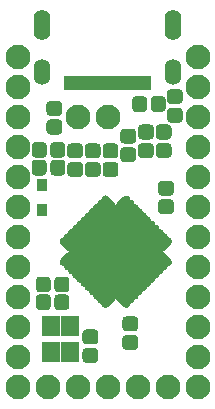
<source format=gts>
G04 #@! TF.GenerationSoftware,KiCad,Pcbnew,(5.1.6)-1*
G04 #@! TF.CreationDate,2020-09-27T19:06:04+08:00*
G04 #@! TF.ProjectId,Alvaro,416c7661-726f-42e6-9b69-6361645f7063,C*
G04 #@! TF.SameCoordinates,Original*
G04 #@! TF.FileFunction,Soldermask,Top*
G04 #@! TF.FilePolarity,Negative*
%FSLAX46Y46*%
G04 Gerber Fmt 4.6, Leading zero omitted, Abs format (unit mm)*
G04 Created by KiCad (PCBNEW (5.1.6)-1) date 2020-09-27 19:06:04*
%MOMM*%
%LPD*%
G01*
G04 APERTURE LIST*
%ADD10R,0.700000X1.200000*%
%ADD11R,1.000000X1.200000*%
%ADD12O,1.400000X2.200000*%
%ADD13O,1.400000X2.600000*%
%ADD14C,2.100000*%
%ADD15C,0.100000*%
%ADD16R,0.850000X1.000000*%
%ADD17R,1.600000X1.800000*%
G04 APERTURE END LIST*
D10*
X28250000Y-29500000D03*
X28750000Y-29500000D03*
X31750000Y-29500000D03*
X31250000Y-29500000D03*
X30250000Y-29500000D03*
X29750000Y-29500000D03*
X30750000Y-29500000D03*
X29250000Y-29500000D03*
D11*
X27600000Y-29500000D03*
X32400000Y-29500000D03*
X33200000Y-29500000D03*
X26800000Y-29500000D03*
D12*
X24425000Y-28600000D03*
X35575000Y-28600000D03*
D13*
X24425000Y-24600000D03*
X35575000Y-24600000D03*
D14*
X24920000Y-55240000D03*
X27460000Y-55240000D03*
X30000000Y-55240000D03*
X32540000Y-55240000D03*
X35080000Y-55240000D03*
X22380000Y-27300000D03*
X22380000Y-29840000D03*
X22380000Y-32380000D03*
X22380000Y-34920000D03*
X22380000Y-37460000D03*
X22380000Y-40000000D03*
X22380000Y-42540000D03*
X22380000Y-45080000D03*
X22380000Y-47620000D03*
X22380000Y-50160000D03*
X22380000Y-52700000D03*
X22380000Y-55240000D03*
X37620000Y-55240000D03*
X37620000Y-52700000D03*
X37620000Y-50160000D03*
X37620000Y-47620000D03*
X37620000Y-45080000D03*
X37620000Y-42540000D03*
X37620000Y-40000000D03*
X37620000Y-37460000D03*
X37620000Y-34920000D03*
X37620000Y-32380000D03*
X37620000Y-29840000D03*
X37620000Y-27300000D03*
X30000000Y-32380000D03*
X27460000Y-32380000D03*
G36*
G01*
X24850000Y-36318750D02*
X24850000Y-37031250D01*
G75*
G02*
X24531250Y-37350000I-318750J0D01*
G01*
X23893750Y-37350000D01*
G75*
G02*
X23575000Y-37031250I0J318750D01*
G01*
X23575000Y-36318750D01*
G75*
G02*
X23893750Y-36000000I318750J0D01*
G01*
X24531250Y-36000000D01*
G75*
G02*
X24850000Y-36318750I0J-318750D01*
G01*
G37*
G36*
G01*
X26425000Y-36318750D02*
X26425000Y-37031250D01*
G75*
G02*
X26106250Y-37350000I-318750J0D01*
G01*
X25468750Y-37350000D01*
G75*
G02*
X25150000Y-37031250I0J318750D01*
G01*
X25150000Y-36318750D01*
G75*
G02*
X25468750Y-36000000I318750J0D01*
G01*
X26106250Y-36000000D01*
G75*
G02*
X26425000Y-36318750I0J-318750D01*
G01*
G37*
D15*
G36*
X26740202Y-43800000D02*
G01*
X30700000Y-39840202D01*
X34659798Y-43800000D01*
X30700000Y-47759798D01*
X26740202Y-43800000D01*
G37*
G36*
G01*
X30770711Y-40193755D02*
X30770711Y-40193755D01*
G75*
G02*
X30770711Y-39698781I247487J247487D01*
G01*
X31336397Y-39133095D01*
G75*
G02*
X31831371Y-39133095I247487J-247487D01*
G01*
X31831371Y-39133095D01*
G75*
G02*
X31831371Y-39628069I-247487J-247487D01*
G01*
X31265685Y-40193755D01*
G75*
G02*
X30770711Y-40193755I-247487J247487D01*
G01*
G37*
G36*
G01*
X31124264Y-40547309D02*
X31124264Y-40547309D01*
G75*
G02*
X31124264Y-40052335I247487J247487D01*
G01*
X31689950Y-39486649D01*
G75*
G02*
X32184924Y-39486649I247487J-247487D01*
G01*
X32184924Y-39486649D01*
G75*
G02*
X32184924Y-39981623I-247487J-247487D01*
G01*
X31619238Y-40547309D01*
G75*
G02*
X31124264Y-40547309I-247487J247487D01*
G01*
G37*
G36*
G01*
X31477818Y-40900862D02*
X31477818Y-40900862D01*
G75*
G02*
X31477818Y-40405888I247487J247487D01*
G01*
X32043504Y-39840202D01*
G75*
G02*
X32538478Y-39840202I247487J-247487D01*
G01*
X32538478Y-39840202D01*
G75*
G02*
X32538478Y-40335176I-247487J-247487D01*
G01*
X31972792Y-40900862D01*
G75*
G02*
X31477818Y-40900862I-247487J247487D01*
G01*
G37*
G36*
G01*
X31831371Y-41254416D02*
X31831371Y-41254416D01*
G75*
G02*
X31831371Y-40759442I247487J247487D01*
G01*
X32397057Y-40193756D01*
G75*
G02*
X32892031Y-40193756I247487J-247487D01*
G01*
X32892031Y-40193756D01*
G75*
G02*
X32892031Y-40688730I-247487J-247487D01*
G01*
X32326345Y-41254416D01*
G75*
G02*
X31831371Y-41254416I-247487J247487D01*
G01*
G37*
G36*
G01*
X32184924Y-41607969D02*
X32184924Y-41607969D01*
G75*
G02*
X32184924Y-41112995I247487J247487D01*
G01*
X32750610Y-40547309D01*
G75*
G02*
X33245584Y-40547309I247487J-247487D01*
G01*
X33245584Y-40547309D01*
G75*
G02*
X33245584Y-41042283I-247487J-247487D01*
G01*
X32679898Y-41607969D01*
G75*
G02*
X32184924Y-41607969I-247487J247487D01*
G01*
G37*
G36*
G01*
X32538478Y-41961522D02*
X32538478Y-41961522D01*
G75*
G02*
X32538478Y-41466548I247487J247487D01*
G01*
X33104164Y-40900862D01*
G75*
G02*
X33599138Y-40900862I247487J-247487D01*
G01*
X33599138Y-40900862D01*
G75*
G02*
X33599138Y-41395836I-247487J-247487D01*
G01*
X33033452Y-41961522D01*
G75*
G02*
X32538478Y-41961522I-247487J247487D01*
G01*
G37*
G36*
G01*
X32892031Y-42315076D02*
X32892031Y-42315076D01*
G75*
G02*
X32892031Y-41820102I247487J247487D01*
G01*
X33457717Y-41254416D01*
G75*
G02*
X33952691Y-41254416I247487J-247487D01*
G01*
X33952691Y-41254416D01*
G75*
G02*
X33952691Y-41749390I-247487J-247487D01*
G01*
X33387005Y-42315076D01*
G75*
G02*
X32892031Y-42315076I-247487J247487D01*
G01*
G37*
G36*
G01*
X33245584Y-42668629D02*
X33245584Y-42668629D01*
G75*
G02*
X33245584Y-42173655I247487J247487D01*
G01*
X33811270Y-41607969D01*
G75*
G02*
X34306244Y-41607969I247487J-247487D01*
G01*
X34306244Y-41607969D01*
G75*
G02*
X34306244Y-42102943I-247487J-247487D01*
G01*
X33740558Y-42668629D01*
G75*
G02*
X33245584Y-42668629I-247487J247487D01*
G01*
G37*
G36*
G01*
X33599138Y-43022182D02*
X33599138Y-43022182D01*
G75*
G02*
X33599138Y-42527208I247487J247487D01*
G01*
X34164824Y-41961522D01*
G75*
G02*
X34659798Y-41961522I247487J-247487D01*
G01*
X34659798Y-41961522D01*
G75*
G02*
X34659798Y-42456496I-247487J-247487D01*
G01*
X34094112Y-43022182D01*
G75*
G02*
X33599138Y-43022182I-247487J247487D01*
G01*
G37*
G36*
G01*
X33952691Y-43375736D02*
X33952691Y-43375736D01*
G75*
G02*
X33952691Y-42880762I247487J247487D01*
G01*
X34518377Y-42315076D01*
G75*
G02*
X35013351Y-42315076I247487J-247487D01*
G01*
X35013351Y-42315076D01*
G75*
G02*
X35013351Y-42810050I-247487J-247487D01*
G01*
X34447665Y-43375736D01*
G75*
G02*
X33952691Y-43375736I-247487J247487D01*
G01*
G37*
G36*
G01*
X34306245Y-43729289D02*
X34306245Y-43729289D01*
G75*
G02*
X34306245Y-43234315I247487J247487D01*
G01*
X34871931Y-42668629D01*
G75*
G02*
X35366905Y-42668629I247487J-247487D01*
G01*
X35366905Y-42668629D01*
G75*
G02*
X35366905Y-43163603I-247487J-247487D01*
G01*
X34801219Y-43729289D01*
G75*
G02*
X34306245Y-43729289I-247487J247487D01*
G01*
G37*
G36*
G01*
X34306245Y-43870711D02*
X34306245Y-43870711D01*
G75*
G02*
X34801219Y-43870711I247487J-247487D01*
G01*
X35366905Y-44436397D01*
G75*
G02*
X35366905Y-44931371I-247487J-247487D01*
G01*
X35366905Y-44931371D01*
G75*
G02*
X34871931Y-44931371I-247487J247487D01*
G01*
X34306245Y-44365685D01*
G75*
G02*
X34306245Y-43870711I247487J247487D01*
G01*
G37*
G36*
G01*
X33952691Y-44224264D02*
X33952691Y-44224264D01*
G75*
G02*
X34447665Y-44224264I247487J-247487D01*
G01*
X35013351Y-44789950D01*
G75*
G02*
X35013351Y-45284924I-247487J-247487D01*
G01*
X35013351Y-45284924D01*
G75*
G02*
X34518377Y-45284924I-247487J247487D01*
G01*
X33952691Y-44719238D01*
G75*
G02*
X33952691Y-44224264I247487J247487D01*
G01*
G37*
G36*
G01*
X33599138Y-44577818D02*
X33599138Y-44577818D01*
G75*
G02*
X34094112Y-44577818I247487J-247487D01*
G01*
X34659798Y-45143504D01*
G75*
G02*
X34659798Y-45638478I-247487J-247487D01*
G01*
X34659798Y-45638478D01*
G75*
G02*
X34164824Y-45638478I-247487J247487D01*
G01*
X33599138Y-45072792D01*
G75*
G02*
X33599138Y-44577818I247487J247487D01*
G01*
G37*
G36*
G01*
X33245584Y-44931371D02*
X33245584Y-44931371D01*
G75*
G02*
X33740558Y-44931371I247487J-247487D01*
G01*
X34306244Y-45497057D01*
G75*
G02*
X34306244Y-45992031I-247487J-247487D01*
G01*
X34306244Y-45992031D01*
G75*
G02*
X33811270Y-45992031I-247487J247487D01*
G01*
X33245584Y-45426345D01*
G75*
G02*
X33245584Y-44931371I247487J247487D01*
G01*
G37*
G36*
G01*
X32892031Y-45284924D02*
X32892031Y-45284924D01*
G75*
G02*
X33387005Y-45284924I247487J-247487D01*
G01*
X33952691Y-45850610D01*
G75*
G02*
X33952691Y-46345584I-247487J-247487D01*
G01*
X33952691Y-46345584D01*
G75*
G02*
X33457717Y-46345584I-247487J247487D01*
G01*
X32892031Y-45779898D01*
G75*
G02*
X32892031Y-45284924I247487J247487D01*
G01*
G37*
G36*
G01*
X32538478Y-45638478D02*
X32538478Y-45638478D01*
G75*
G02*
X33033452Y-45638478I247487J-247487D01*
G01*
X33599138Y-46204164D01*
G75*
G02*
X33599138Y-46699138I-247487J-247487D01*
G01*
X33599138Y-46699138D01*
G75*
G02*
X33104164Y-46699138I-247487J247487D01*
G01*
X32538478Y-46133452D01*
G75*
G02*
X32538478Y-45638478I247487J247487D01*
G01*
G37*
G36*
G01*
X32184924Y-45992031D02*
X32184924Y-45992031D01*
G75*
G02*
X32679898Y-45992031I247487J-247487D01*
G01*
X33245584Y-46557717D01*
G75*
G02*
X33245584Y-47052691I-247487J-247487D01*
G01*
X33245584Y-47052691D01*
G75*
G02*
X32750610Y-47052691I-247487J247487D01*
G01*
X32184924Y-46487005D01*
G75*
G02*
X32184924Y-45992031I247487J247487D01*
G01*
G37*
G36*
G01*
X31831371Y-46345584D02*
X31831371Y-46345584D01*
G75*
G02*
X32326345Y-46345584I247487J-247487D01*
G01*
X32892031Y-46911270D01*
G75*
G02*
X32892031Y-47406244I-247487J-247487D01*
G01*
X32892031Y-47406244D01*
G75*
G02*
X32397057Y-47406244I-247487J247487D01*
G01*
X31831371Y-46840558D01*
G75*
G02*
X31831371Y-46345584I247487J247487D01*
G01*
G37*
G36*
G01*
X31477818Y-46699138D02*
X31477818Y-46699138D01*
G75*
G02*
X31972792Y-46699138I247487J-247487D01*
G01*
X32538478Y-47264824D01*
G75*
G02*
X32538478Y-47759798I-247487J-247487D01*
G01*
X32538478Y-47759798D01*
G75*
G02*
X32043504Y-47759798I-247487J247487D01*
G01*
X31477818Y-47194112D01*
G75*
G02*
X31477818Y-46699138I247487J247487D01*
G01*
G37*
G36*
G01*
X31124264Y-47052691D02*
X31124264Y-47052691D01*
G75*
G02*
X31619238Y-47052691I247487J-247487D01*
G01*
X32184924Y-47618377D01*
G75*
G02*
X32184924Y-48113351I-247487J-247487D01*
G01*
X32184924Y-48113351D01*
G75*
G02*
X31689950Y-48113351I-247487J247487D01*
G01*
X31124264Y-47547665D01*
G75*
G02*
X31124264Y-47052691I247487J247487D01*
G01*
G37*
G36*
G01*
X30770711Y-47406245D02*
X30770711Y-47406245D01*
G75*
G02*
X31265685Y-47406245I247487J-247487D01*
G01*
X31831371Y-47971931D01*
G75*
G02*
X31831371Y-48466905I-247487J-247487D01*
G01*
X31831371Y-48466905D01*
G75*
G02*
X31336397Y-48466905I-247487J247487D01*
G01*
X30770711Y-47901219D01*
G75*
G02*
X30770711Y-47406245I247487J247487D01*
G01*
G37*
G36*
G01*
X29568629Y-48466905D02*
X29568629Y-48466905D01*
G75*
G02*
X29568629Y-47971931I247487J247487D01*
G01*
X30134315Y-47406245D01*
G75*
G02*
X30629289Y-47406245I247487J-247487D01*
G01*
X30629289Y-47406245D01*
G75*
G02*
X30629289Y-47901219I-247487J-247487D01*
G01*
X30063603Y-48466905D01*
G75*
G02*
X29568629Y-48466905I-247487J247487D01*
G01*
G37*
G36*
G01*
X29215076Y-48113351D02*
X29215076Y-48113351D01*
G75*
G02*
X29215076Y-47618377I247487J247487D01*
G01*
X29780762Y-47052691D01*
G75*
G02*
X30275736Y-47052691I247487J-247487D01*
G01*
X30275736Y-47052691D01*
G75*
G02*
X30275736Y-47547665I-247487J-247487D01*
G01*
X29710050Y-48113351D01*
G75*
G02*
X29215076Y-48113351I-247487J247487D01*
G01*
G37*
G36*
G01*
X28861522Y-47759798D02*
X28861522Y-47759798D01*
G75*
G02*
X28861522Y-47264824I247487J247487D01*
G01*
X29427208Y-46699138D01*
G75*
G02*
X29922182Y-46699138I247487J-247487D01*
G01*
X29922182Y-46699138D01*
G75*
G02*
X29922182Y-47194112I-247487J-247487D01*
G01*
X29356496Y-47759798D01*
G75*
G02*
X28861522Y-47759798I-247487J247487D01*
G01*
G37*
G36*
G01*
X28507969Y-47406244D02*
X28507969Y-47406244D01*
G75*
G02*
X28507969Y-46911270I247487J247487D01*
G01*
X29073655Y-46345584D01*
G75*
G02*
X29568629Y-46345584I247487J-247487D01*
G01*
X29568629Y-46345584D01*
G75*
G02*
X29568629Y-46840558I-247487J-247487D01*
G01*
X29002943Y-47406244D01*
G75*
G02*
X28507969Y-47406244I-247487J247487D01*
G01*
G37*
G36*
G01*
X28154416Y-47052691D02*
X28154416Y-47052691D01*
G75*
G02*
X28154416Y-46557717I247487J247487D01*
G01*
X28720102Y-45992031D01*
G75*
G02*
X29215076Y-45992031I247487J-247487D01*
G01*
X29215076Y-45992031D01*
G75*
G02*
X29215076Y-46487005I-247487J-247487D01*
G01*
X28649390Y-47052691D01*
G75*
G02*
X28154416Y-47052691I-247487J247487D01*
G01*
G37*
G36*
G01*
X27800862Y-46699138D02*
X27800862Y-46699138D01*
G75*
G02*
X27800862Y-46204164I247487J247487D01*
G01*
X28366548Y-45638478D01*
G75*
G02*
X28861522Y-45638478I247487J-247487D01*
G01*
X28861522Y-45638478D01*
G75*
G02*
X28861522Y-46133452I-247487J-247487D01*
G01*
X28295836Y-46699138D01*
G75*
G02*
X27800862Y-46699138I-247487J247487D01*
G01*
G37*
G36*
G01*
X27447309Y-46345584D02*
X27447309Y-46345584D01*
G75*
G02*
X27447309Y-45850610I247487J247487D01*
G01*
X28012995Y-45284924D01*
G75*
G02*
X28507969Y-45284924I247487J-247487D01*
G01*
X28507969Y-45284924D01*
G75*
G02*
X28507969Y-45779898I-247487J-247487D01*
G01*
X27942283Y-46345584D01*
G75*
G02*
X27447309Y-46345584I-247487J247487D01*
G01*
G37*
G36*
G01*
X27093756Y-45992031D02*
X27093756Y-45992031D01*
G75*
G02*
X27093756Y-45497057I247487J247487D01*
G01*
X27659442Y-44931371D01*
G75*
G02*
X28154416Y-44931371I247487J-247487D01*
G01*
X28154416Y-44931371D01*
G75*
G02*
X28154416Y-45426345I-247487J-247487D01*
G01*
X27588730Y-45992031D01*
G75*
G02*
X27093756Y-45992031I-247487J247487D01*
G01*
G37*
G36*
G01*
X26740202Y-45638478D02*
X26740202Y-45638478D01*
G75*
G02*
X26740202Y-45143504I247487J247487D01*
G01*
X27305888Y-44577818D01*
G75*
G02*
X27800862Y-44577818I247487J-247487D01*
G01*
X27800862Y-44577818D01*
G75*
G02*
X27800862Y-45072792I-247487J-247487D01*
G01*
X27235176Y-45638478D01*
G75*
G02*
X26740202Y-45638478I-247487J247487D01*
G01*
G37*
G36*
G01*
X26386649Y-45284924D02*
X26386649Y-45284924D01*
G75*
G02*
X26386649Y-44789950I247487J247487D01*
G01*
X26952335Y-44224264D01*
G75*
G02*
X27447309Y-44224264I247487J-247487D01*
G01*
X27447309Y-44224264D01*
G75*
G02*
X27447309Y-44719238I-247487J-247487D01*
G01*
X26881623Y-45284924D01*
G75*
G02*
X26386649Y-45284924I-247487J247487D01*
G01*
G37*
G36*
G01*
X26033095Y-44931371D02*
X26033095Y-44931371D01*
G75*
G02*
X26033095Y-44436397I247487J247487D01*
G01*
X26598781Y-43870711D01*
G75*
G02*
X27093755Y-43870711I247487J-247487D01*
G01*
X27093755Y-43870711D01*
G75*
G02*
X27093755Y-44365685I-247487J-247487D01*
G01*
X26528069Y-44931371D01*
G75*
G02*
X26033095Y-44931371I-247487J247487D01*
G01*
G37*
G36*
G01*
X26033095Y-42668629D02*
X26033095Y-42668629D01*
G75*
G02*
X26528069Y-42668629I247487J-247487D01*
G01*
X27093755Y-43234315D01*
G75*
G02*
X27093755Y-43729289I-247487J-247487D01*
G01*
X27093755Y-43729289D01*
G75*
G02*
X26598781Y-43729289I-247487J247487D01*
G01*
X26033095Y-43163603D01*
G75*
G02*
X26033095Y-42668629I247487J247487D01*
G01*
G37*
G36*
G01*
X26386649Y-42315076D02*
X26386649Y-42315076D01*
G75*
G02*
X26881623Y-42315076I247487J-247487D01*
G01*
X27447309Y-42880762D01*
G75*
G02*
X27447309Y-43375736I-247487J-247487D01*
G01*
X27447309Y-43375736D01*
G75*
G02*
X26952335Y-43375736I-247487J247487D01*
G01*
X26386649Y-42810050D01*
G75*
G02*
X26386649Y-42315076I247487J247487D01*
G01*
G37*
G36*
G01*
X26740202Y-41961522D02*
X26740202Y-41961522D01*
G75*
G02*
X27235176Y-41961522I247487J-247487D01*
G01*
X27800862Y-42527208D01*
G75*
G02*
X27800862Y-43022182I-247487J-247487D01*
G01*
X27800862Y-43022182D01*
G75*
G02*
X27305888Y-43022182I-247487J247487D01*
G01*
X26740202Y-42456496D01*
G75*
G02*
X26740202Y-41961522I247487J247487D01*
G01*
G37*
G36*
G01*
X27093756Y-41607969D02*
X27093756Y-41607969D01*
G75*
G02*
X27588730Y-41607969I247487J-247487D01*
G01*
X28154416Y-42173655D01*
G75*
G02*
X28154416Y-42668629I-247487J-247487D01*
G01*
X28154416Y-42668629D01*
G75*
G02*
X27659442Y-42668629I-247487J247487D01*
G01*
X27093756Y-42102943D01*
G75*
G02*
X27093756Y-41607969I247487J247487D01*
G01*
G37*
G36*
G01*
X27447309Y-41254416D02*
X27447309Y-41254416D01*
G75*
G02*
X27942283Y-41254416I247487J-247487D01*
G01*
X28507969Y-41820102D01*
G75*
G02*
X28507969Y-42315076I-247487J-247487D01*
G01*
X28507969Y-42315076D01*
G75*
G02*
X28012995Y-42315076I-247487J247487D01*
G01*
X27447309Y-41749390D01*
G75*
G02*
X27447309Y-41254416I247487J247487D01*
G01*
G37*
G36*
G01*
X27800862Y-40900862D02*
X27800862Y-40900862D01*
G75*
G02*
X28295836Y-40900862I247487J-247487D01*
G01*
X28861522Y-41466548D01*
G75*
G02*
X28861522Y-41961522I-247487J-247487D01*
G01*
X28861522Y-41961522D01*
G75*
G02*
X28366548Y-41961522I-247487J247487D01*
G01*
X27800862Y-41395836D01*
G75*
G02*
X27800862Y-40900862I247487J247487D01*
G01*
G37*
G36*
G01*
X28154416Y-40547309D02*
X28154416Y-40547309D01*
G75*
G02*
X28649390Y-40547309I247487J-247487D01*
G01*
X29215076Y-41112995D01*
G75*
G02*
X29215076Y-41607969I-247487J-247487D01*
G01*
X29215076Y-41607969D01*
G75*
G02*
X28720102Y-41607969I-247487J247487D01*
G01*
X28154416Y-41042283D01*
G75*
G02*
X28154416Y-40547309I247487J247487D01*
G01*
G37*
G36*
G01*
X28507969Y-40193756D02*
X28507969Y-40193756D01*
G75*
G02*
X29002943Y-40193756I247487J-247487D01*
G01*
X29568629Y-40759442D01*
G75*
G02*
X29568629Y-41254416I-247487J-247487D01*
G01*
X29568629Y-41254416D01*
G75*
G02*
X29073655Y-41254416I-247487J247487D01*
G01*
X28507969Y-40688730D01*
G75*
G02*
X28507969Y-40193756I247487J247487D01*
G01*
G37*
G36*
G01*
X28861522Y-39840202D02*
X28861522Y-39840202D01*
G75*
G02*
X29356496Y-39840202I247487J-247487D01*
G01*
X29922182Y-40405888D01*
G75*
G02*
X29922182Y-40900862I-247487J-247487D01*
G01*
X29922182Y-40900862D01*
G75*
G02*
X29427208Y-40900862I-247487J247487D01*
G01*
X28861522Y-40335176D01*
G75*
G02*
X28861522Y-39840202I247487J247487D01*
G01*
G37*
G36*
G01*
X29215076Y-39486649D02*
X29215076Y-39486649D01*
G75*
G02*
X29710050Y-39486649I247487J-247487D01*
G01*
X30275736Y-40052335D01*
G75*
G02*
X30275736Y-40547309I-247487J-247487D01*
G01*
X30275736Y-40547309D01*
G75*
G02*
X29780762Y-40547309I-247487J247487D01*
G01*
X29215076Y-39981623D01*
G75*
G02*
X29215076Y-39486649I247487J247487D01*
G01*
G37*
G36*
G01*
X29568629Y-39133095D02*
X29568629Y-39133095D01*
G75*
G02*
X30063603Y-39133095I247487J-247487D01*
G01*
X30629289Y-39698781D01*
G75*
G02*
X30629289Y-40193755I-247487J-247487D01*
G01*
X30629289Y-40193755D01*
G75*
G02*
X30134315Y-40193755I-247487J247487D01*
G01*
X29568629Y-39628069D01*
G75*
G02*
X29568629Y-39133095I247487J247487D01*
G01*
G37*
G36*
G01*
X25150000Y-35531250D02*
X25150000Y-34818750D01*
G75*
G02*
X25468750Y-34500000I318750J0D01*
G01*
X26106250Y-34500000D01*
G75*
G02*
X26425000Y-34818750I0J-318750D01*
G01*
X26425000Y-35531250D01*
G75*
G02*
X26106250Y-35850000I-318750J0D01*
G01*
X25468750Y-35850000D01*
G75*
G02*
X25150000Y-35531250I0J318750D01*
G01*
G37*
G36*
G01*
X23575000Y-35531250D02*
X23575000Y-34818750D01*
G75*
G02*
X23893750Y-34500000I318750J0D01*
G01*
X24531250Y-34500000D01*
G75*
G02*
X24850000Y-34818750I0J-318750D01*
G01*
X24850000Y-35531250D01*
G75*
G02*
X24531250Y-35850000I-318750J0D01*
G01*
X23893750Y-35850000D01*
G75*
G02*
X23575000Y-35531250I0J318750D01*
G01*
G37*
G36*
G01*
X30606250Y-35900000D02*
X29893750Y-35900000D01*
G75*
G02*
X29575000Y-35581250I0J318750D01*
G01*
X29575000Y-34943750D01*
G75*
G02*
X29893750Y-34625000I318750J0D01*
G01*
X30606250Y-34625000D01*
G75*
G02*
X30925000Y-34943750I0J-318750D01*
G01*
X30925000Y-35581250D01*
G75*
G02*
X30606250Y-35900000I-318750J0D01*
G01*
G37*
G36*
G01*
X30606250Y-37475000D02*
X29893750Y-37475000D01*
G75*
G02*
X29575000Y-37156250I0J318750D01*
G01*
X29575000Y-36518750D01*
G75*
G02*
X29893750Y-36200000I318750J0D01*
G01*
X30606250Y-36200000D01*
G75*
G02*
X30925000Y-36518750I0J-318750D01*
G01*
X30925000Y-37156250D01*
G75*
G02*
X30606250Y-37475000I-318750J0D01*
G01*
G37*
G36*
G01*
X29106250Y-35900000D02*
X28393750Y-35900000D01*
G75*
G02*
X28075000Y-35581250I0J318750D01*
G01*
X28075000Y-34943750D01*
G75*
G02*
X28393750Y-34625000I318750J0D01*
G01*
X29106250Y-34625000D01*
G75*
G02*
X29425000Y-34943750I0J-318750D01*
G01*
X29425000Y-35581250D01*
G75*
G02*
X29106250Y-35900000I-318750J0D01*
G01*
G37*
G36*
G01*
X29106250Y-37475000D02*
X28393750Y-37475000D01*
G75*
G02*
X28075000Y-37156250I0J318750D01*
G01*
X28075000Y-36518750D01*
G75*
G02*
X28393750Y-36200000I318750J0D01*
G01*
X29106250Y-36200000D01*
G75*
G02*
X29425000Y-36518750I0J-318750D01*
G01*
X29425000Y-37156250D01*
G75*
G02*
X29106250Y-37475000I-318750J0D01*
G01*
G37*
G36*
G01*
X35343750Y-31600000D02*
X36056250Y-31600000D01*
G75*
G02*
X36375000Y-31918750I0J-318750D01*
G01*
X36375000Y-32556250D01*
G75*
G02*
X36056250Y-32875000I-318750J0D01*
G01*
X35343750Y-32875000D01*
G75*
G02*
X35025000Y-32556250I0J318750D01*
G01*
X35025000Y-31918750D01*
G75*
G02*
X35343750Y-31600000I318750J0D01*
G01*
G37*
G36*
G01*
X35343750Y-30025000D02*
X36056250Y-30025000D01*
G75*
G02*
X36375000Y-30343750I0J-318750D01*
G01*
X36375000Y-30981250D01*
G75*
G02*
X36056250Y-31300000I-318750J0D01*
G01*
X35343750Y-31300000D01*
G75*
G02*
X35025000Y-30981250I0J318750D01*
G01*
X35025000Y-30343750D01*
G75*
G02*
X35343750Y-30025000I318750J0D01*
G01*
G37*
G36*
G01*
X25856250Y-32300000D02*
X25143750Y-32300000D01*
G75*
G02*
X24825000Y-31981250I0J318750D01*
G01*
X24825000Y-31343750D01*
G75*
G02*
X25143750Y-31025000I318750J0D01*
G01*
X25856250Y-31025000D01*
G75*
G02*
X26175000Y-31343750I0J-318750D01*
G01*
X26175000Y-31981250D01*
G75*
G02*
X25856250Y-32300000I-318750J0D01*
G01*
G37*
G36*
G01*
X25856250Y-33875000D02*
X25143750Y-33875000D01*
G75*
G02*
X24825000Y-33556250I0J318750D01*
G01*
X24825000Y-32918750D01*
G75*
G02*
X25143750Y-32600000I318750J0D01*
G01*
X25856250Y-32600000D01*
G75*
G02*
X26175000Y-32918750I0J-318750D01*
G01*
X26175000Y-33556250D01*
G75*
G02*
X25856250Y-33875000I-318750J0D01*
G01*
G37*
G36*
G01*
X33350000Y-30943750D02*
X33350000Y-31656250D01*
G75*
G02*
X33031250Y-31975000I-318750J0D01*
G01*
X32393750Y-31975000D01*
G75*
G02*
X32075000Y-31656250I0J318750D01*
G01*
X32075000Y-30943750D01*
G75*
G02*
X32393750Y-30625000I318750J0D01*
G01*
X33031250Y-30625000D01*
G75*
G02*
X33350000Y-30943750I0J-318750D01*
G01*
G37*
G36*
G01*
X34925000Y-30943750D02*
X34925000Y-31656250D01*
G75*
G02*
X34606250Y-31975000I-318750J0D01*
G01*
X33968750Y-31975000D01*
G75*
G02*
X33650000Y-31656250I0J318750D01*
G01*
X33650000Y-30943750D01*
G75*
G02*
X33968750Y-30625000I318750J0D01*
G01*
X34606250Y-30625000D01*
G75*
G02*
X34925000Y-30943750I0J-318750D01*
G01*
G37*
G36*
G01*
X35106250Y-34300000D02*
X34393750Y-34300000D01*
G75*
G02*
X34075000Y-33981250I0J318750D01*
G01*
X34075000Y-33343750D01*
G75*
G02*
X34393750Y-33025000I318750J0D01*
G01*
X35106250Y-33025000D01*
G75*
G02*
X35425000Y-33343750I0J-318750D01*
G01*
X35425000Y-33981250D01*
G75*
G02*
X35106250Y-34300000I-318750J0D01*
G01*
G37*
G36*
G01*
X35106250Y-35875000D02*
X34393750Y-35875000D01*
G75*
G02*
X34075000Y-35556250I0J318750D01*
G01*
X34075000Y-34918750D01*
G75*
G02*
X34393750Y-34600000I318750J0D01*
G01*
X35106250Y-34600000D01*
G75*
G02*
X35425000Y-34918750I0J-318750D01*
G01*
X35425000Y-35556250D01*
G75*
G02*
X35106250Y-35875000I-318750J0D01*
G01*
G37*
G36*
G01*
X27606250Y-35900000D02*
X26893750Y-35900000D01*
G75*
G02*
X26575000Y-35581250I0J318750D01*
G01*
X26575000Y-34943750D01*
G75*
G02*
X26893750Y-34625000I318750J0D01*
G01*
X27606250Y-34625000D01*
G75*
G02*
X27925000Y-34943750I0J-318750D01*
G01*
X27925000Y-35581250D01*
G75*
G02*
X27606250Y-35900000I-318750J0D01*
G01*
G37*
G36*
G01*
X27606250Y-37475000D02*
X26893750Y-37475000D01*
G75*
G02*
X26575000Y-37156250I0J318750D01*
G01*
X26575000Y-36518750D01*
G75*
G02*
X26893750Y-36200000I318750J0D01*
G01*
X27606250Y-36200000D01*
G75*
G02*
X27925000Y-36518750I0J-318750D01*
G01*
X27925000Y-37156250D01*
G75*
G02*
X27606250Y-37475000I-318750J0D01*
G01*
G37*
G36*
G01*
X25500000Y-48431250D02*
X25500000Y-47718750D01*
G75*
G02*
X25818750Y-47400000I318750J0D01*
G01*
X26456250Y-47400000D01*
G75*
G02*
X26775000Y-47718750I0J-318750D01*
G01*
X26775000Y-48431250D01*
G75*
G02*
X26456250Y-48750000I-318750J0D01*
G01*
X25818750Y-48750000D01*
G75*
G02*
X25500000Y-48431250I0J318750D01*
G01*
G37*
G36*
G01*
X23925000Y-48431250D02*
X23925000Y-47718750D01*
G75*
G02*
X24243750Y-47400000I318750J0D01*
G01*
X24881250Y-47400000D01*
G75*
G02*
X25200000Y-47718750I0J-318750D01*
G01*
X25200000Y-48431250D01*
G75*
G02*
X24881250Y-48750000I-318750J0D01*
G01*
X24243750Y-48750000D01*
G75*
G02*
X23925000Y-48431250I0J318750D01*
G01*
G37*
G36*
G01*
X28906250Y-53225000D02*
X28193750Y-53225000D01*
G75*
G02*
X27875000Y-52906250I0J318750D01*
G01*
X27875000Y-52268750D01*
G75*
G02*
X28193750Y-51950000I318750J0D01*
G01*
X28906250Y-51950000D01*
G75*
G02*
X29225000Y-52268750I0J-318750D01*
G01*
X29225000Y-52906250D01*
G75*
G02*
X28906250Y-53225000I-318750J0D01*
G01*
G37*
G36*
G01*
X28906250Y-51650000D02*
X28193750Y-51650000D01*
G75*
G02*
X27875000Y-51331250I0J318750D01*
G01*
X27875000Y-50693750D01*
G75*
G02*
X28193750Y-50375000I318750J0D01*
G01*
X28906250Y-50375000D01*
G75*
G02*
X29225000Y-50693750I0J-318750D01*
G01*
X29225000Y-51331250D01*
G75*
G02*
X28906250Y-51650000I-318750J0D01*
G01*
G37*
G36*
G01*
X32106250Y-34650000D02*
X31393750Y-34650000D01*
G75*
G02*
X31075000Y-34331250I0J318750D01*
G01*
X31075000Y-33693750D01*
G75*
G02*
X31393750Y-33375000I318750J0D01*
G01*
X32106250Y-33375000D01*
G75*
G02*
X32425000Y-33693750I0J-318750D01*
G01*
X32425000Y-34331250D01*
G75*
G02*
X32106250Y-34650000I-318750J0D01*
G01*
G37*
G36*
G01*
X32106250Y-36225000D02*
X31393750Y-36225000D01*
G75*
G02*
X31075000Y-35906250I0J318750D01*
G01*
X31075000Y-35268750D01*
G75*
G02*
X31393750Y-34950000I318750J0D01*
G01*
X32106250Y-34950000D01*
G75*
G02*
X32425000Y-35268750I0J-318750D01*
G01*
X32425000Y-35906250D01*
G75*
G02*
X32106250Y-36225000I-318750J0D01*
G01*
G37*
G36*
G01*
X33606250Y-34300000D02*
X32893750Y-34300000D01*
G75*
G02*
X32575000Y-33981250I0J318750D01*
G01*
X32575000Y-33343750D01*
G75*
G02*
X32893750Y-33025000I318750J0D01*
G01*
X33606250Y-33025000D01*
G75*
G02*
X33925000Y-33343750I0J-318750D01*
G01*
X33925000Y-33981250D01*
G75*
G02*
X33606250Y-34300000I-318750J0D01*
G01*
G37*
G36*
G01*
X33606250Y-35875000D02*
X32893750Y-35875000D01*
G75*
G02*
X32575000Y-35556250I0J318750D01*
G01*
X32575000Y-34918750D01*
G75*
G02*
X32893750Y-34600000I318750J0D01*
G01*
X33606250Y-34600000D01*
G75*
G02*
X33925000Y-34918750I0J-318750D01*
G01*
X33925000Y-35556250D01*
G75*
G02*
X33606250Y-35875000I-318750J0D01*
G01*
G37*
G36*
G01*
X34593750Y-39362500D02*
X35306250Y-39362500D01*
G75*
G02*
X35625000Y-39681250I0J-318750D01*
G01*
X35625000Y-40318750D01*
G75*
G02*
X35306250Y-40637500I-318750J0D01*
G01*
X34593750Y-40637500D01*
G75*
G02*
X34275000Y-40318750I0J318750D01*
G01*
X34275000Y-39681250D01*
G75*
G02*
X34593750Y-39362500I318750J0D01*
G01*
G37*
G36*
G01*
X34593750Y-37787500D02*
X35306250Y-37787500D01*
G75*
G02*
X35625000Y-38106250I0J-318750D01*
G01*
X35625000Y-38743750D01*
G75*
G02*
X35306250Y-39062500I-318750J0D01*
G01*
X34593750Y-39062500D01*
G75*
G02*
X34275000Y-38743750I0J318750D01*
G01*
X34275000Y-38106250D01*
G75*
G02*
X34593750Y-37787500I318750J0D01*
G01*
G37*
G36*
G01*
X31568750Y-49275000D02*
X32281250Y-49275000D01*
G75*
G02*
X32600000Y-49593750I0J-318750D01*
G01*
X32600000Y-50231250D01*
G75*
G02*
X32281250Y-50550000I-318750J0D01*
G01*
X31568750Y-50550000D01*
G75*
G02*
X31250000Y-50231250I0J318750D01*
G01*
X31250000Y-49593750D01*
G75*
G02*
X31568750Y-49275000I318750J0D01*
G01*
G37*
G36*
G01*
X31568750Y-50850000D02*
X32281250Y-50850000D01*
G75*
G02*
X32600000Y-51168750I0J-318750D01*
G01*
X32600000Y-51806250D01*
G75*
G02*
X32281250Y-52125000I-318750J0D01*
G01*
X31568750Y-52125000D01*
G75*
G02*
X31250000Y-51806250I0J318750D01*
G01*
X31250000Y-51168750D01*
G75*
G02*
X31568750Y-50850000I318750J0D01*
G01*
G37*
G36*
G01*
X25200000Y-46218750D02*
X25200000Y-46931250D01*
G75*
G02*
X24881250Y-47250000I-318750J0D01*
G01*
X24243750Y-47250000D01*
G75*
G02*
X23925000Y-46931250I0J318750D01*
G01*
X23925000Y-46218750D01*
G75*
G02*
X24243750Y-45900000I318750J0D01*
G01*
X24881250Y-45900000D01*
G75*
G02*
X25200000Y-46218750I0J-318750D01*
G01*
G37*
G36*
G01*
X26775000Y-46218750D02*
X26775000Y-46931250D01*
G75*
G02*
X26456250Y-47250000I-318750J0D01*
G01*
X25818750Y-47250000D01*
G75*
G02*
X25500000Y-46931250I0J318750D01*
G01*
X25500000Y-46218750D01*
G75*
G02*
X25818750Y-45900000I318750J0D01*
G01*
X26456250Y-45900000D01*
G75*
G02*
X26775000Y-46218750I0J-318750D01*
G01*
G37*
D16*
X24450000Y-38175000D03*
X24450000Y-40275000D03*
D17*
X25250000Y-52250000D03*
X25250000Y-50050000D03*
X26850000Y-50050000D03*
X26850000Y-52250000D03*
M02*

</source>
